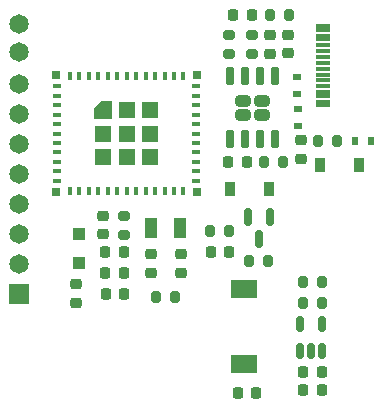
<source format=gbr>
%TF.GenerationSoftware,KiCad,Pcbnew,(6.0.2)*%
%TF.CreationDate,2022-03-07T06:31:50-05:00*%
%TF.ProjectId,ferrous_slime,66657272-6f75-4735-9f73-6c696d652e6b,rev?*%
%TF.SameCoordinates,Original*%
%TF.FileFunction,Paste,Top*%
%TF.FilePolarity,Positive*%
%FSLAX46Y46*%
G04 Gerber Fmt 4.6, Leading zero omitted, Abs format (unit mm)*
G04 Created by KiCad (PCBNEW (6.0.2)) date 2022-03-07 06:31:50*
%MOMM*%
%LPD*%
G01*
G04 APERTURE LIST*
G04 Aperture macros list*
%AMRoundRect*
0 Rectangle with rounded corners*
0 $1 Rounding radius*
0 $2 $3 $4 $5 $6 $7 $8 $9 X,Y pos of 4 corners*
0 Add a 4 corners polygon primitive as box body*
4,1,4,$2,$3,$4,$5,$6,$7,$8,$9,$2,$3,0*
0 Add four circle primitives for the rounded corners*
1,1,$1+$1,$2,$3*
1,1,$1+$1,$4,$5*
1,1,$1+$1,$6,$7*
1,1,$1+$1,$8,$9*
0 Add four rect primitives between the rounded corners*
20,1,$1+$1,$2,$3,$4,$5,0*
20,1,$1+$1,$4,$5,$6,$7,0*
20,1,$1+$1,$6,$7,$8,$9,0*
20,1,$1+$1,$8,$9,$2,$3,0*%
%AMFreePoly0*
4,1,6,0.725000,-0.725000,-0.725000,-0.725000,-0.725000,0.125000,-0.125000,0.725000,0.725000,0.725000,0.725000,-0.725000,0.725000,-0.725000,$1*%
G04 Aperture macros list end*
%ADD10RoundRect,0.200000X-0.200000X-0.275000X0.200000X-0.275000X0.200000X0.275000X-0.200000X0.275000X0*%
%ADD11RoundRect,0.225000X0.225000X0.250000X-0.225000X0.250000X-0.225000X-0.250000X0.225000X-0.250000X0*%
%ADD12RoundRect,0.225000X-0.225000X-0.250000X0.225000X-0.250000X0.225000X0.250000X-0.225000X0.250000X0*%
%ADD13RoundRect,0.200000X0.275000X-0.200000X0.275000X0.200000X-0.275000X0.200000X-0.275000X-0.200000X0*%
%ADD14RoundRect,0.218750X-0.218750X-0.256250X0.218750X-0.256250X0.218750X0.256250X-0.218750X0.256250X0*%
%ADD15RoundRect,0.150000X-0.150000X0.587500X-0.150000X-0.587500X0.150000X-0.587500X0.150000X0.587500X0*%
%ADD16R,0.900000X1.200000*%
%ADD17RoundRect,0.200000X0.200000X0.275000X-0.200000X0.275000X-0.200000X-0.275000X0.200000X-0.275000X0*%
%ADD18RoundRect,0.225000X-0.250000X0.225000X-0.250000X-0.225000X0.250000X-0.225000X0.250000X0.225000X0*%
%ADD19R,1.000000X1.800000*%
%ADD20RoundRect,0.150000X0.150000X-0.512500X0.150000X0.512500X-0.150000X0.512500X-0.150000X-0.512500X0*%
%ADD21RoundRect,0.225000X0.250000X-0.225000X0.250000X0.225000X-0.250000X0.225000X-0.250000X-0.225000X0*%
%ADD22RoundRect,0.218750X-0.256250X0.218750X-0.256250X-0.218750X0.256250X-0.218750X0.256250X0.218750X0*%
%ADD23R,0.700000X0.600000*%
%ADD24R,0.800000X0.400000*%
%ADD25R,0.400000X0.800000*%
%ADD26R,0.700000X0.700000*%
%ADD27R,1.450000X1.450000*%
%ADD28FreePoly0,0.000000*%
%ADD29R,1.150000X0.300000*%
%ADD30C,1.651000*%
%ADD31R,1.651000X1.651000*%
%ADD32R,0.600000X0.700000*%
%ADD33RoundRect,0.242500X0.402500X-0.242500X0.402500X0.242500X-0.402500X0.242500X-0.402500X-0.242500X0*%
%ADD34RoundRect,0.150000X0.150000X-0.650000X0.150000X0.650000X-0.150000X0.650000X-0.150000X-0.650000X0*%
%ADD35R,2.200000X1.500000*%
%ADD36R,1.000000X1.000000*%
G04 APERTURE END LIST*
D10*
%TO.C,R8*%
X89091000Y-53541000D03*
X90741000Y-53541000D03*
%TD*%
D11*
%TO.C,C11*%
X85103000Y-62939000D03*
X83553000Y-62939000D03*
%TD*%
D10*
%TO.C,R3*%
X76645000Y-54811000D03*
X78295000Y-54811000D03*
%TD*%
D12*
%TO.C,C3*%
X72364000Y-52779000D03*
X73914000Y-52779000D03*
%TD*%
D13*
%TO.C,R5*%
X82804000Y-34300000D03*
X82804000Y-32650000D03*
%TD*%
D14*
%TO.C,D5*%
X82778500Y-43381000D03*
X84353500Y-43381000D03*
%TD*%
%TO.C,D3*%
X83193500Y-30935000D03*
X84768500Y-30935000D03*
%TD*%
D10*
%TO.C,R7*%
X81217000Y-49276000D03*
X82867000Y-49276000D03*
%TD*%
D15*
%TO.C,Q1*%
X86294000Y-48031500D03*
X84394000Y-48031500D03*
X85344000Y-49906500D03*
%TD*%
D16*
%TO.C,D2*%
X82932000Y-45667000D03*
X86232000Y-45667000D03*
%TD*%
D17*
%TO.C,R4*%
X86169000Y-51763000D03*
X84519000Y-51763000D03*
%TD*%
D11*
%TO.C,C9*%
X82817000Y-51001000D03*
X81267000Y-51001000D03*
%TD*%
D18*
%TO.C,C5*%
X69850000Y-53782000D03*
X69850000Y-55332000D03*
%TD*%
D19*
%TO.C,Y1*%
X76220000Y-48969000D03*
X78720000Y-48969000D03*
%TD*%
D20*
%TO.C,U4*%
X88796622Y-59402865D03*
X89746622Y-59402865D03*
X90696622Y-59402865D03*
X90696622Y-57127865D03*
X88796622Y-57127865D03*
%TD*%
D10*
%TO.C,R9*%
X89091000Y-55319000D03*
X90741000Y-55319000D03*
%TD*%
D12*
%TO.C,C1*%
X72377000Y-54557000D03*
X73927000Y-54557000D03*
%TD*%
D21*
%TO.C,C10*%
X87849000Y-34223000D03*
X87849000Y-32673000D03*
%TD*%
D22*
%TO.C,D4*%
X86267000Y-32662000D03*
X86267000Y-34237000D03*
%TD*%
D23*
%TO.C,D7*%
X88552173Y-37611489D03*
X88552173Y-36211489D03*
%TD*%
%TO.C,D6*%
X88646000Y-38924000D03*
X88646000Y-40324000D03*
%TD*%
D16*
%TO.C,D8*%
X90552000Y-43635000D03*
X93852000Y-43635000D03*
%TD*%
D24*
%TO.C,U2*%
X68268000Y-37004007D03*
X68268000Y-37804007D03*
X68268000Y-38604007D03*
X68268000Y-39404007D03*
X68268000Y-40204007D03*
X68268000Y-41004007D03*
X68268000Y-41804007D03*
X68268000Y-42604007D03*
X68268000Y-43404007D03*
X68268000Y-44204007D03*
X68268000Y-45004007D03*
D25*
X69368000Y-45904007D03*
X70168000Y-45904007D03*
X70968000Y-45904007D03*
X71768000Y-45904007D03*
X72568000Y-45904007D03*
X73368000Y-45904007D03*
X74168000Y-45904007D03*
X74968000Y-45904007D03*
X75768000Y-45904007D03*
X76568000Y-45904007D03*
X77368000Y-45904007D03*
X78168000Y-45904007D03*
X78968000Y-45904007D03*
D24*
X80068000Y-45004007D03*
X80068000Y-44204007D03*
X80068000Y-43404007D03*
X80068000Y-42604007D03*
X80068000Y-41804007D03*
X80068000Y-41004007D03*
X80068000Y-40204007D03*
X80068000Y-39404007D03*
X80068000Y-38604007D03*
X80068000Y-37804007D03*
X80068000Y-37004007D03*
D25*
X74968000Y-36104007D03*
X73368000Y-36104007D03*
D26*
X68218000Y-45954007D03*
D27*
X76143000Y-42979007D03*
X74168000Y-41004007D03*
D25*
X74168000Y-36104007D03*
X70968000Y-36104007D03*
D27*
X74168000Y-42979007D03*
X76143000Y-39029007D03*
D26*
X80118000Y-36054007D03*
D28*
X72193000Y-39029007D03*
D26*
X80118000Y-45954007D03*
D25*
X76568000Y-36104007D03*
D26*
X68218000Y-36054007D03*
D27*
X72193000Y-42979007D03*
X76143000Y-41004007D03*
X72193000Y-41054007D03*
X74168000Y-39029007D03*
D25*
X78968000Y-36104007D03*
X70168000Y-36104007D03*
X69368000Y-36104007D03*
X78168000Y-36104007D03*
X75768000Y-36104007D03*
X71768000Y-36104007D03*
X72568000Y-36104007D03*
X77368000Y-36104007D03*
%TD*%
D29*
%TO.C,J3*%
X90818000Y-38602990D03*
X90818000Y-37802990D03*
X90818000Y-36502990D03*
X90818000Y-35502990D03*
X90818000Y-35002990D03*
X90818000Y-34002990D03*
X90818000Y-32702990D03*
X90818000Y-31902990D03*
X90818000Y-32202990D03*
X90818000Y-33002990D03*
X90818000Y-33502990D03*
X90818000Y-34502990D03*
X90818000Y-36002990D03*
X90818000Y-37002990D03*
X90818000Y-37502990D03*
X90818000Y-38302990D03*
%TD*%
D30*
%TO.C,U1*%
X65038460Y-31707472D03*
X65038460Y-34120472D03*
D31*
X65038460Y-54567472D03*
D30*
X65038460Y-52027472D03*
X65038460Y-49487472D03*
X65038460Y-46947472D03*
X65038460Y-44407472D03*
X65038460Y-41867472D03*
X65038460Y-39327472D03*
X65038460Y-36787472D03*
%TD*%
D12*
%TO.C,C13*%
X89128000Y-62685000D03*
X90678000Y-62685000D03*
%TD*%
D32*
%TO.C,D9*%
X93471999Y-41603000D03*
X94871999Y-41603000D03*
%TD*%
D13*
%TO.C,R1*%
X73914000Y-49593000D03*
X73914000Y-47943000D03*
%TD*%
D33*
%TO.C,U3*%
X85636000Y-39408990D03*
X84036000Y-39408990D03*
X84036000Y-38208990D03*
X85636000Y-38208990D03*
D34*
X82931000Y-41458990D03*
X84201000Y-41458990D03*
X85471000Y-41458990D03*
X86741000Y-41458990D03*
X86741000Y-36158990D03*
X85471000Y-36158990D03*
X84201000Y-36158990D03*
X82931000Y-36158990D03*
%TD*%
D17*
%TO.C,R10*%
X87947000Y-30935000D03*
X86297000Y-30935000D03*
%TD*%
D13*
%TO.C,R6*%
X84743000Y-34300000D03*
X84743000Y-32650000D03*
%TD*%
D12*
%TO.C,C12*%
X89128000Y-61161000D03*
X90678000Y-61161000D03*
%TD*%
%TO.C,C4*%
X72364000Y-51001000D03*
X73914000Y-51001000D03*
%TD*%
D21*
%TO.C,C6*%
X76200000Y-52792000D03*
X76200000Y-51242000D03*
%TD*%
D18*
%TO.C,C2*%
X72136000Y-47993000D03*
X72136000Y-49543000D03*
%TD*%
D17*
%TO.C,R2*%
X87439000Y-43381000D03*
X85789000Y-43381000D03*
%TD*%
D35*
%TO.C,L1*%
X84074000Y-60551000D03*
X84074000Y-54151000D03*
%TD*%
D21*
%TO.C,C8*%
X78740000Y-52792000D03*
X78740000Y-51242000D03*
%TD*%
D10*
%TO.C,R11*%
X90361000Y-41603000D03*
X92011000Y-41603000D03*
%TD*%
D18*
%TO.C,C7*%
X88900000Y-41590000D03*
X88900000Y-43140000D03*
%TD*%
D36*
%TO.C,D1*%
X70104000Y-51997000D03*
X70104000Y-49497000D03*
%TD*%
M02*

</source>
